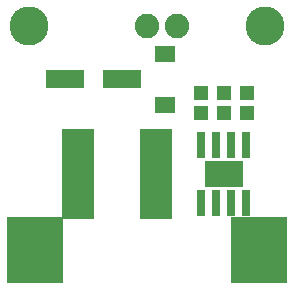
<source format=gbs>
G75*
%MOIN*%
%OFA0B0*%
%FSLAX25Y25*%
%IPPOS*%
%LPD*%
%AMOC8*
5,1,8,0,0,1.08239X$1,22.5*
%
%ADD10C,0.13005*%
%ADD11R,0.18517X0.22454*%
%ADD12R,0.03000X0.08600*%
%ADD13R,0.12600X0.08700*%
%ADD14R,0.04737X0.05131*%
%ADD15R,0.06587X0.05800*%
%ADD16R,0.12611X0.06312*%
%ADD17R,0.10643X0.30328*%
%ADD18C,0.08200*%
%ADD19C,0.03975*%
D10*
X0011343Y0090083D03*
X0090083Y0090083D03*
D11*
X0013311Y0015280D03*
X0088114Y0015280D03*
D12*
X0083803Y0031170D03*
X0078803Y0031170D03*
X0073803Y0031170D03*
X0068803Y0031170D03*
X0068803Y0050570D03*
X0073803Y0050570D03*
X0078803Y0050570D03*
X0083803Y0050570D03*
D13*
X0076303Y0040870D03*
D14*
X0076303Y0061146D03*
X0076303Y0067839D03*
X0084177Y0067839D03*
X0084177Y0061146D03*
X0068803Y0061146D03*
X0068803Y0067839D03*
D15*
X0056618Y0063902D03*
X0056618Y0080831D03*
D16*
X0042445Y0072366D03*
X0023547Y0072366D03*
D17*
X0027878Y0040870D03*
X0053862Y0040870D03*
D18*
X0050555Y0090083D03*
X0060555Y0090083D03*
D19*
X0072366Y0043232D03*
X0076303Y0043232D03*
X0080240Y0043232D03*
X0080240Y0038508D03*
X0076303Y0038508D03*
X0072366Y0038508D03*
M02*

</source>
